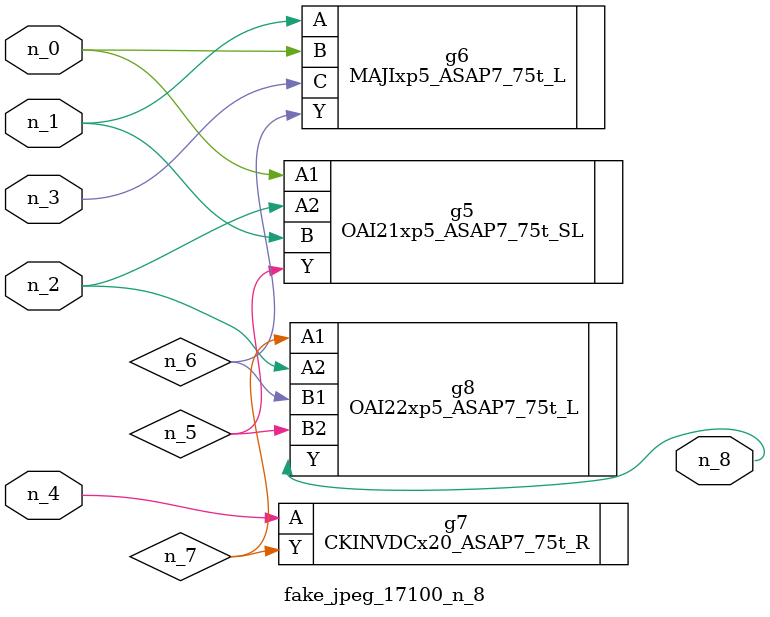
<source format=v>
module fake_jpeg_17100_n_8 (n_3, n_2, n_1, n_0, n_4, n_8);

input n_3;
input n_2;
input n_1;
input n_0;
input n_4;

output n_8;

wire n_6;
wire n_5;
wire n_7;

OAI21xp5_ASAP7_75t_SL g5 ( 
.A1(n_0),
.A2(n_2),
.B(n_1),
.Y(n_5)
);

MAJIxp5_ASAP7_75t_L g6 ( 
.A(n_1),
.B(n_0),
.C(n_3),
.Y(n_6)
);

CKINVDCx20_ASAP7_75t_R g7 ( 
.A(n_4),
.Y(n_7)
);

OAI22xp5_ASAP7_75t_L g8 ( 
.A1(n_7),
.A2(n_2),
.B1(n_6),
.B2(n_5),
.Y(n_8)
);


endmodule
</source>
